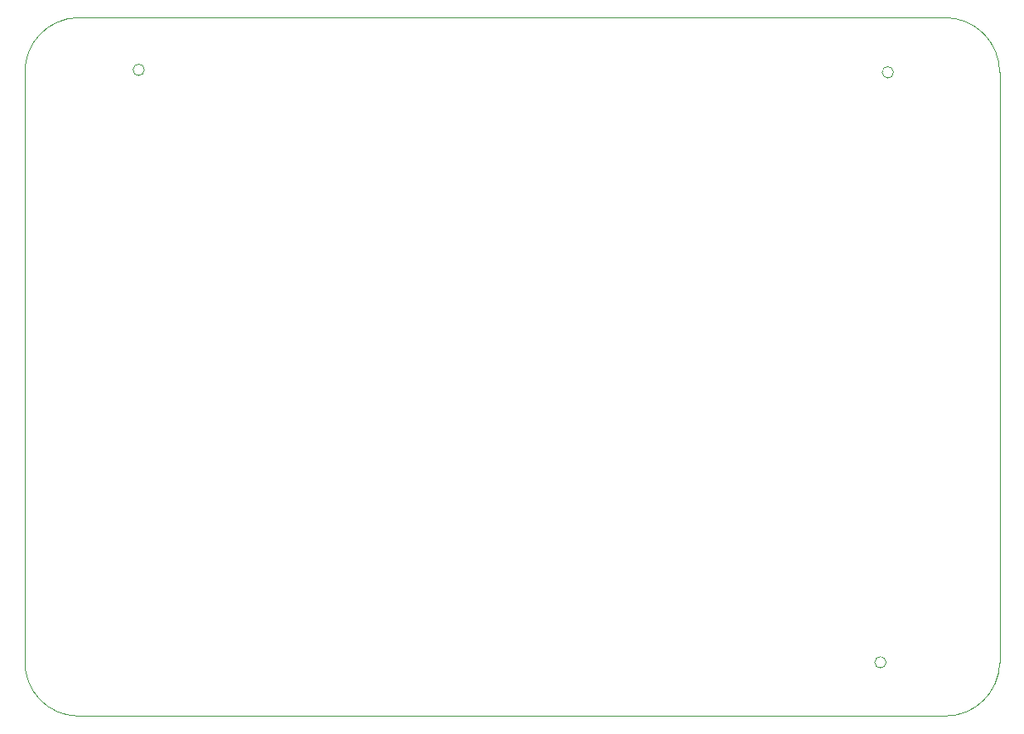
<source format=gbr>
%TF.GenerationSoftware,KiCad,Pcbnew,(6.0.9)*%
%TF.CreationDate,2022-12-02T11:09:33-06:00*%
%TF.ProjectId,First_stm32,46697273-745f-4737-946d-33322e6b6963,rev?*%
%TF.SameCoordinates,Original*%
%TF.FileFunction,Profile,NP*%
%FSLAX46Y46*%
G04 Gerber Fmt 4.6, Leading zero omitted, Abs format (unit mm)*
G04 Created by KiCad (PCBNEW (6.0.9)) date 2022-12-02 11:09:33*
%MOMM*%
%LPD*%
G01*
G04 APERTURE LIST*
%TA.AperFunction,Profile*%
%ADD10C,0.100000*%
%TD*%
G04 APERTURE END LIST*
D10*
X86054515Y-60198000D02*
X86054515Y-120395987D01*
X185674000Y-60198000D02*
X185674000Y-120548400D01*
X174058000Y-120497600D02*
G75*
G03*
X174058000Y-120497600I-576000J0D01*
G01*
X180087354Y-125984711D02*
G75*
G03*
X185674000Y-120548400I49446J5537911D01*
G01*
X174820000Y-60198000D02*
G75*
G03*
X174820000Y-60198000I-576000J0D01*
G01*
X98264400Y-59944000D02*
G75*
G03*
X98264400Y-59944000I-576000J0D01*
G01*
X185674000Y-60198000D02*
G75*
G03*
X180086000Y-54610000I-5588000J0D01*
G01*
X91440000Y-54610000D02*
X180086000Y-54610000D01*
X86054515Y-120395987D02*
G75*
G03*
X91441354Y-125984710I5487085J-101613D01*
G01*
X180087354Y-125984711D02*
X91441354Y-125984711D01*
X91440000Y-54610013D02*
G75*
G03*
X86054516Y-60198000I153600J-5537187D01*
G01*
M02*

</source>
